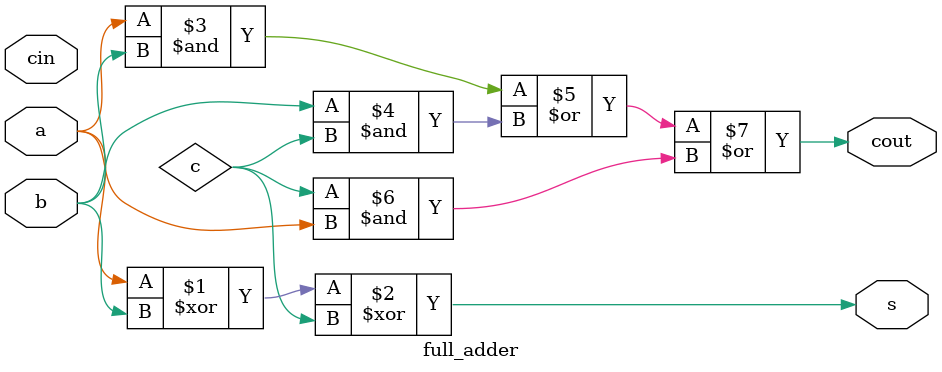
<source format=v>
module full_adder(s, cout, a, b, cin);
  
  input a, b, cin;
  output s, cout;
  assign s = a^b^c;
  assign cout = (a&b) | (b&c) | (c&a);
  
endmodule

</source>
